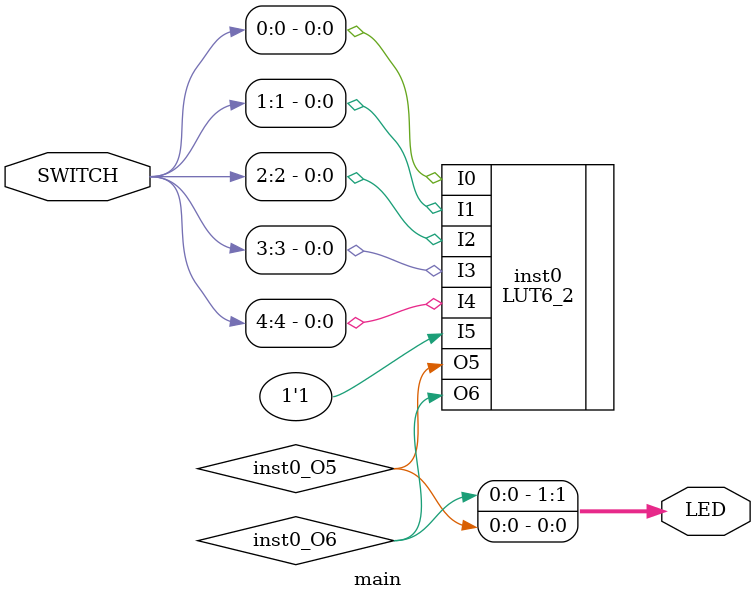
<source format=v>
module main (output [1:0] LED, input [5:0] SWITCH);
wire  inst0_O5;
wire  inst0_O6;
LUT6_2 #(.INIT(64'h55555555AAAAAAAA)) inst0 (.I0(SWITCH[0]), .I1(SWITCH[1]), .I2(SWITCH[2]), .I3(SWITCH[3]), .I4(SWITCH[4]), .I5(1'b1), .O5(inst0_O5), .O6(inst0_O6));
assign LED = {inst0_O6,inst0_O5};
endmodule


</source>
